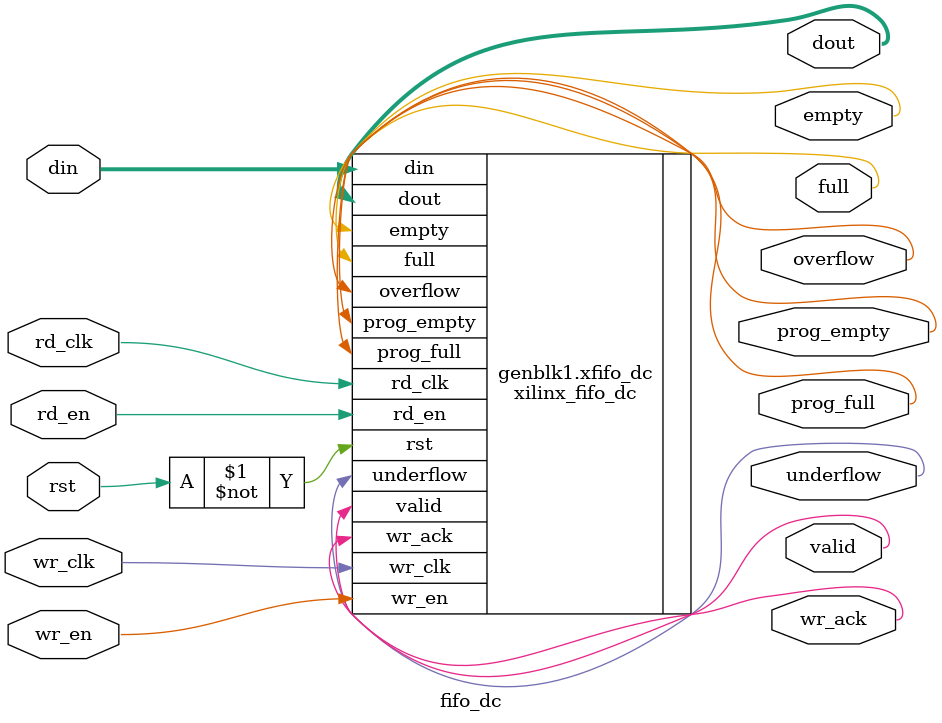
<source format=v>
/* 
 * wrappers.v
 * 
 * Copyright (c) 2007 Koen De Vleeschauwer. 
 * 
 * THIS SOFTWARE IS PROVIDED BY THE AUTHOR AND CONTRIBUTORS ``AS IS'' AND 
 * ANY EXPRESS OR IMPLIED WARRANTIES, INCLUDING, BUT NOT LIMITED TO, THE 
 * IMPLIED WARRANTIES OF MERCHANTABILITY AND FITNESS FOR A PARTICULAR PURPOSE 
 * ARE DISCLAIMED. IN NO EVENT SHALL THE AUTHOR OR CONTRIBUTORS BE LIABLE 
 * FOR ANY DIRECT, INDIRECT, INCIDENTAL, SPECIAL, EXEMPLARY, OR CONSEQUENTIAL 
 * DAMAGES (INCLUDING, BUT NOT LIMITED TO, PROCUREMENT OF SUBSTITUTE GOODS 
 * OR SERVICES; LOSS OF USE, DATA, OR PROFITS; OR BUSINESS INTERRUPTION) 
 * HOWEVER CAUSED AND ON ANY THEORY OF LIABILITY, WHETHER IN CONTRACT, STRICT 
 * LIABILITY, OR TORT (INCLUDING NEGLIGENCE OR OTHERWISE) ARISING IN ANY WAY 
 * OUT OF THE USE OF THIS SOFTWARE, EVEN IF ADVISED OF THE POSSIBILITY OF 
 * SUCH DAMAGE.
 */

/*
 * Wrappers for dpram and fifos. 
 * For each component, two versions are provided: one where read and write port share a common clock;
 * and one where read and write port have independent clocks.
 */

`undef DEBUG
//`define DEBUG 1

/* check prog_thresh is less than fifo size */
`undef CHECK_FIFO_PARAMS
`ifdef __IVERILOG__
`define CHECK_FIFO_PARAMS 1
`endif

/*
 dual-port ram with same clock for read and write port.
 */

`include "timescale.v"

module dpram_sc (
	rst,
	din,
	clk,
        wr_addr,
	wr_en,
	dout,
        rd_addr,
	rd_en
        );

  parameter dta_width=8;           /* Data bus width */
  parameter addr_width=8;          /* Address bus width, determines dpram size by evaluating 2^addr_width */
  
  input                 rst;       /* low active sync master reset */
  input                 clk;       /* clock */
                                   /* read port */
  output reg [dta_width-1:0]dout;      /* data output */
  input                 rd_en;     /* read enable */
  input [addr_width-1:0]rd_addr;   /* read address */
                                   /* write port */
  input  [dta_width-1:0]din;       /* data input */
  input                 wr_en;     /* write enable */
  input [addr_width-1:0]wr_addr;   /* read address */

  /*
   * More or less in the style given in XST User Guide v9.1, "RAMs and ROMs Coding Examples",
   * "Verilog Coding Example for Dual Port RAM With Enable On Each Port"
   */ 

  reg    [dta_width-1:0]ram[(1 << addr_width)-1:0];

  always @(posedge clk)
    if (~rst) dout <= 0;
    else if (rd_en) dout <= ram[rd_addr];
    else dout <= dout;

  always @(posedge clk)
    if (wr_en) ram[wr_addr] <= din;

`ifdef DEBUG
  always @(posedge clk)
    if (wr_en && rd_en && (rd_addr == wr_addr))
      $strobe("%m\tmemory collision error on address %x", rd_addr);
 `endif 

endmodule


/*
 dual-port ram with different clocks for read and write port
 */

module dpram_dc (
	din,
	wr_rst,
	wr_clk,
        wr_addr,
	wr_en,
	dout,
	rd_rst,
	rd_clk,
        rd_addr,
	rd_en
        );

  parameter dta_width=8;           /* Data bus width */
  parameter addr_width=8;          /* Address bus width, determines dpram size by evaluating 2^addr_width */
  
                                   /* read port */
  output reg [dta_width-1:0]dout;      /* data output */
  input                 rd_rst;    /* low active master reset, sync with read clock */
  input                 rd_clk;    /* read clock */
  input                 rd_en;     /* read enable */
  input [addr_width-1:0]rd_addr;   /* read address */
                                   /* write port */
  input  [dta_width-1:0]din;       /* data input */
  input                 wr_rst;    /* low active master reset, sync with write clock */
  input                 wr_clk;    /* write clock */
  input                 wr_en;     /* write enable */
  input [addr_width-1:0]wr_addr;   /* read address */

  reg    [dta_width-1:0]ram[(1 << addr_width)-1:0];

  always @(posedge rd_clk)
    if (~rd_rst) dout <= 0;
    else if (rd_en) dout <= ram[rd_addr];
    else dout <= dout;

  always @(posedge wr_clk)
    if (wr_en) ram[wr_addr] <= din;

endmodule

/*
 fifo with common clock for read and write port.
 */

module fifo_sc (
	clk,
	rst,
	din,
	wr_en,
	full,
	wr_ack,
	overflow,
	prog_full,
	dout,
	rd_en,
	empty,
	valid,
	underflow,
	prog_empty
        );

  parameter [8:0]dta_width=9'd8;      /* Data bus width */
  parameter [8:0]addr_width=9'd8;     /* Address bus width, determines fifo size by evaluating 2^addr_width */
  parameter [8:0]prog_thresh=9'd1;    /* Programmable threshold constant for prog_empty and prog_full */

  parameter FIFO_XILINX=0;    /* use Xilinx FIFO primitives */
  parameter check_valid=1;    /* assign x's to fifo output when valid is not asserted */
  
  input          clk;
  input          rst;         /* low active sync master reset */
  /* read port */
  output [dta_width-1:0]dout; /* data output */
  input          rd_en;       /* read enable */
  output         empty;       /* asserted if fifo is empty; no additional reads can be performed */
  output         valid;       /* valid (read acknowledge): indicates rd_en was asserted during previous clock cycle and data was succesfully read from fifo and placed on dout */
  output         underflow;   /* underflow (read error): indicates rd_en was asserted during previous clock cycle but no data was read from fifo because fifo was empty */
  output         prog_empty;  /* indicates the fifo has prog_thresh entries, or less. threshold for asserting prog_empty is prog_thresh */
  /* write port */
  input  [dta_width-1:0]din;  /* data input */
  input          wr_en;       /* write enable */
  output         full;        /* asserted if fifo is full; no additional writes can be performed */
  output         overflow;    /* overflow (write error): indicates wr_en was asserted during previous clock cycle but no data was written to fifo because fifo was full */
  output         wr_ack;      /* write acknowledge: indicates wr_en was asserted during previous clock cycle and data was succesfully written to fifo */
  output         prog_full;   /* indicates the fifo has prog_thresh free entries, or less, left. threshold for asserting prog_full is 2^addr_width - prog_thresh */

  /* Writing when the fifo is full, or reading while the fifo is empty, does not destroy the contents of the fifo. */

  generate
    if (FIFO_XILINX == 0)
      begin
        /* Implementation using "soft" fifo */
        xfifo_sc #(
          .dta_width(dta_width),
          .addr_width(addr_width),
          .prog_thresh(prog_thresh)
          )
        xfifo_sc (
          .clk(clk), 
          .rst(rst), 
          .din(din), 
          .wr_en(wr_en), 
          .full(full), 
          .wr_ack(wr_ack), 
          .overflow(overflow), 
          .prog_full(prog_full), 
          .dout(dout), 
          .rd_en(rd_en), 
          .empty(empty), 
          .valid(valid), 
          .underflow(underflow), 
          .prog_empty(prog_empty)
          );
      end
    else
      begin
        /* Implementation using "hard" fifo */
        xilinx_fifo_sc #(
          .dta_width(dta_width),
          .addr_width(addr_width),
          .prog_thresh(prog_thresh)
          )
        xfifo_sc (
          .clk(clk), 
          .rst(~rst), 
          .din(din), 
          .wr_en(wr_en), 
          .full(full), 
          .wr_ack(wr_ack), 
          .overflow(overflow), 
          .prog_full(prog_full), 
          .dout(dout), 
          .rd_en(rd_en), 
          .empty(empty), 
          .valid(valid), 
          .underflow(underflow), 
          .prog_empty(prog_empty)
          );
      end
  endgenerate

`ifdef CHECK_FIFO_PARAMS
  initial #0
      begin
        if (prog_thresh > (1<<addr_width))
          begin
            #0 $display ("%m\t*** error: inconsistent fifo parameters. addr_width: %d prog_thresh: %d. ***", addr_width, prog_thresh);
            $finish;
          end
      end

  always @(posedge clk)
    if (overflow) 
      begin
        #0 $display ("%m\t*** error: fifo overflow. ***");
      end
/*
  always @(posedge clk)
    if (underflow) 
      begin
        #0 $display ("%m\t*** warning: fifo underflow. ***");
      end
*/
`endif

endmodule

/*
 fifo with independent clock for read and write port.
 */

module fifo_dc (
	rst,
	wr_clk,
	din,
	wr_en,
	full,
	wr_ack,
	overflow,
	prog_full,
	rd_clk,
	dout,
	rd_en,
	empty,
	valid,
	underflow,
	prog_empty
        );

  parameter [8:0]dta_width=9'd8;      /* Data bus width */
  parameter [8:0]addr_width=9'd8;     /* Address bus width, determines fifo size by evaluating 2^addr_width */
  parameter [8:0]prog_thresh=9'd1;    /* Programmable threshold constant for prog_empty and prog_full */

  parameter FIFO_XILINX=1;    /* use Xilinx FIFO primitives */
  parameter check_valid=1;    /* assign x's to fifo output when valid is not asserted */
         
  input          rst;         /* low active sync master reset */
  /* read port */
  input          rd_clk;      /* read clock. positive edge active */
  output [dta_width-1:0]dout; /* data output */
  input          rd_en;       /* read enable */
  output         empty;       /* asserted if fifo is empty; no additional reads can be performed */
  output         valid;       /* valid (read acknowledge): indicates rd_en was asserted during previous clock cycle and data was succesfully read from fifo and placed on dout */
  output         underflow;   /* underflow (read error): indicates rd_en was asserted during previous clock cycle but no data was read from fifo because fifo was empty */
  output         prog_empty;  /* indicates the fifo has prog_thresh entries, or less. threshold for asserting prog_empty is prog_thresh */
  /* write port */
  input          wr_clk;      /* write clock. positive edge active */
  input  [dta_width-1:0]din;  /* data input */
  input          wr_en;       /* write enable */
  output         full;        /* asserted if fifo is full; no additional writes can be performed */
  output         overflow;    /* overflow (write error): indicates wr_en was asserted during previous clock cycle but no data was written to fifo because fifo was full */
  output         wr_ack;      /* write acknowledge: indicates wr_en was asserted during previous clock cycle and data was succesfully written to fifo */
  output         prog_full;   /* indicates the fifo has prog_thresh free entries, or less, left. threshold for asserting prog_full is 2^addr_width - prog_thresh  */
 
  /* Writing when the fifo is full, or reading while the fifo is empty, does not destroy the contents of the fifo. */
  if (FIFO_XILINX == 0)
  begin
    xfifo_sc_2clk #(
        .data_width(dta_width),
        .addr_width(addr_width),
        .prog_thresh(prog_thresh)
        )
    xfifo_dc (
    .clk_wr(wr_clk), 
    .clk_rd(rd_clk),
    .rst(~rst),
    .din(din),
    .wr_en(wr_en),
    .full(full),
    .wr_ack(wr_ack),
    .overflow(overflow),
    .prog_full(prog_full),
    .dout(dout),
    .rd_en(rd_en),
    .empty(empty),
    .valid(valid),
    .underflow(underflow),
    .prog_empty(prog_empty)
);
  end
  else
  begin
    xilinx_fifo_dc #(
        .dta_width(dta_width),
        .addr_width(addr_width),
        .prog_thresh(prog_thresh)
        )
    xfifo_dc (
        .rst(~rst), 
        .wr_clk(wr_clk), 
        .din(din), 
        .wr_en(wr_en), 
        .full(full), 
        .wr_ack(wr_ack), 
        .overflow(overflow), 
        .prog_full(prog_full), 
        .rd_clk(rd_clk), 
        .dout(dout), 
        .rd_en(rd_en), 
        .empty(empty), 
        .valid(valid), 
        .underflow(underflow), 
        .prog_empty(prog_empty)
        );
  end

`ifdef CHECK_FIFO_PARAMS
  initial #0
      begin
        if (prog_thresh > (1<<addr_width))
          begin
            #0 $display ("%m\t*** error: inconsistent fifo parameters. addr_width: %d prog_thresh: %d. ***", addr_width, prog_thresh);
            $finish;
          end
      end

  always @(posedge wr_clk)
    if (overflow) 
      begin
        #0 $display ("%m\t*** error: fifo overflow. ***");
      end
/*
  always @(posedge rd_clk)
    if (underflow) 
      begin
        #0 $display ("%m\t*** warning: fifo underflow. ***");
      end
*/
`endif
endmodule
/* not truncated */

</source>
